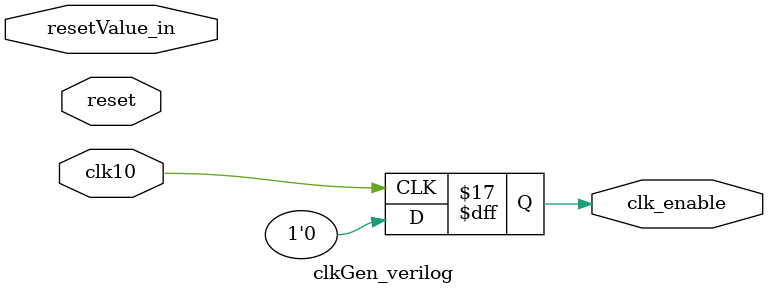
<source format=v>
module clkGen_verilog(clk10,reset,resetValue_in,clk_enable);

input reset, clk10;
input[25:0] resetValue_in;
output clk_enable;
reg clk_enable;

reg [9:0] counter;
reg enable;

parameter freq_divider=10000000;

always@(posedge clk10) 
begin
     if(reset==0)
           begin
             counter<=0;
             clk_enable<=0;
           end
     else if (counter == freq_divider - 1)
             begin 
               counter <= 0;
               clk_enable  <= 1;
             end
          else
             begin
             counter <= counter + 1;
             clk_enable  <= 0;     
             end 
 end    
endmodule
</source>
